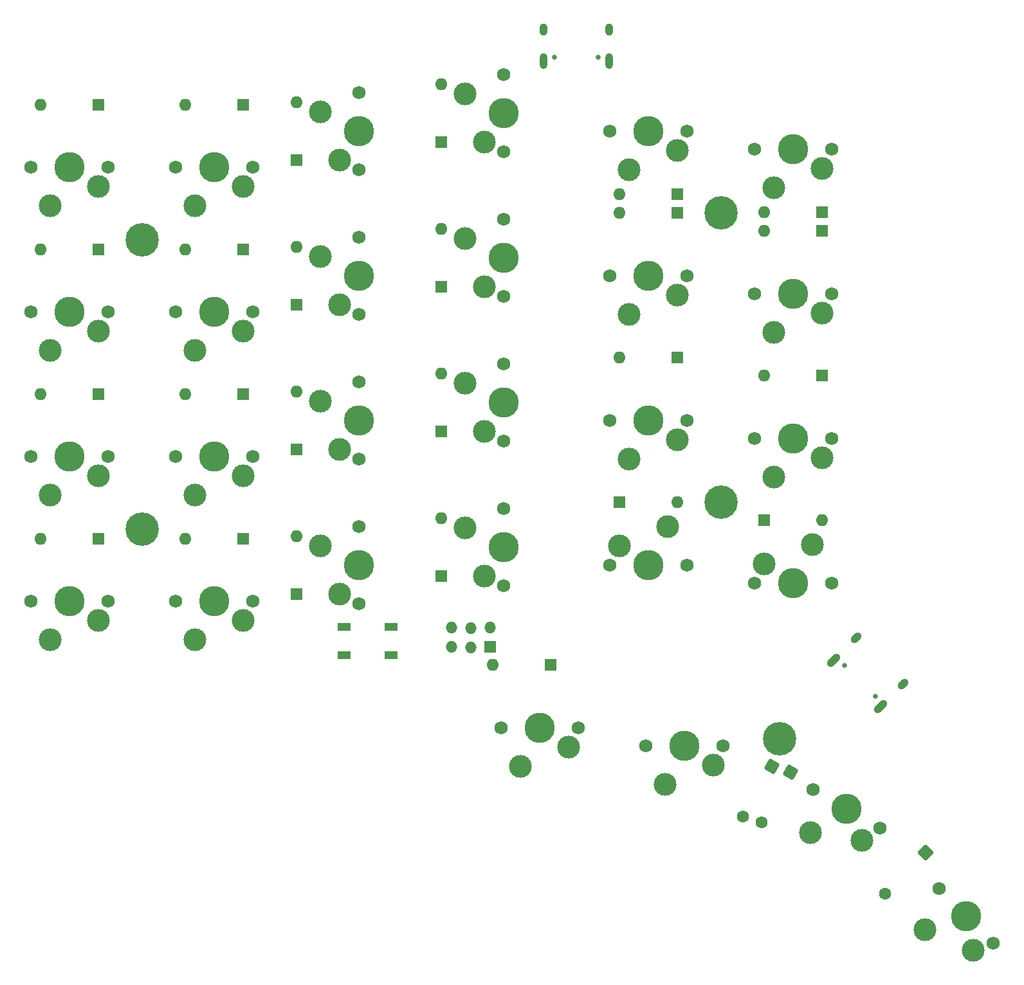
<source format=gbr>
%TF.GenerationSoftware,KiCad,Pcbnew,(6.0.7)*%
%TF.CreationDate,2022-09-06T15:04:57+03:00*%
%TF.ProjectId,retina-left,72657469-6e61-42d6-9c65-66742e6b6963,1.0*%
%TF.SameCoordinates,Original*%
%TF.FileFunction,Soldermask,Top*%
%TF.FilePolarity,Negative*%
%FSLAX46Y46*%
G04 Gerber Fmt 4.6, Leading zero omitted, Abs format (unit mm)*
G04 Created by KiCad (PCBNEW (6.0.7)) date 2022-09-06 15:04:57*
%MOMM*%
%LPD*%
G01*
G04 APERTURE LIST*
G04 Aperture macros list*
%AMRoundRect*
0 Rectangle with rounded corners*
0 $1 Rounding radius*
0 $2 $3 $4 $5 $6 $7 $8 $9 X,Y pos of 4 corners*
0 Add a 4 corners polygon primitive as box body*
4,1,4,$2,$3,$4,$5,$6,$7,$8,$9,$2,$3,0*
0 Add four circle primitives for the rounded corners*
1,1,$1+$1,$2,$3*
1,1,$1+$1,$4,$5*
1,1,$1+$1,$6,$7*
1,1,$1+$1,$8,$9*
0 Add four rect primitives between the rounded corners*
20,1,$1+$1,$2,$3,$4,$5,0*
20,1,$1+$1,$4,$5,$6,$7,0*
20,1,$1+$1,$6,$7,$8,$9,0*
20,1,$1+$1,$8,$9,$2,$3,0*%
%AMHorizOval*
0 Thick line with rounded ends*
0 $1 width*
0 $2 $3 position (X,Y) of the first rounded end (center of the circle)*
0 $4 $5 position (X,Y) of the second rounded end (center of the circle)*
0 Add line between two ends*
20,1,$1,$2,$3,$4,$5,0*
0 Add two circle primitives to create the rounded ends*
1,1,$1,$2,$3*
1,1,$1,$4,$5*%
G04 Aperture macros list end*
%ADD10C,3.000000*%
%ADD11C,1.750000*%
%ADD12C,3.987800*%
%ADD13R,1.800000X1.100000*%
%ADD14R,1.524000X1.524000*%
%ADD15O,1.524000X1.524000*%
%ADD16C,0.700000*%
%ADD17C,4.400000*%
%ADD18RoundRect,0.240000X0.560000X-0.560000X0.560000X0.560000X-0.560000X0.560000X-0.560000X-0.560000X0*%
%ADD19O,1.600000X1.600000*%
%ADD20RoundRect,0.240000X0.560000X0.560000X-0.560000X0.560000X-0.560000X-0.560000X0.560000X-0.560000X0*%
%ADD21RoundRect,0.240000X-0.204974X0.764974X-0.764974X-0.204974X0.204974X-0.764974X0.764974X0.204974X0*%
%ADD22HorizOval,1.600000X0.000000X0.000000X0.000000X0.000000X0*%
%ADD23C,0.650000*%
%ADD24HorizOval,1.000000X-0.388909X-0.388909X0.388909X0.388909X0*%
%ADD25HorizOval,1.000000X-0.212132X-0.212132X0.212132X0.212132X0*%
%ADD26RoundRect,0.240000X-0.560000X-0.560000X0.560000X-0.560000X0.560000X0.560000X-0.560000X0.560000X0*%
%ADD27O,1.000000X1.600000*%
%ADD28O,1.000000X2.100000*%
%ADD29RoundRect,0.240000X0.000000X0.791960X-0.791960X0.000000X0.000000X-0.791960X0.791960X0.000000X0*%
%ADD30HorizOval,1.600000X0.000000X0.000000X0.000000X0.000000X0*%
G04 APERTURE END LIST*
D10*
%TO.C,MX23*%
X206076640Y-161929656D03*
D11*
X215215754Y-161340247D03*
X206416936Y-156260247D03*
D12*
X210816345Y-158800247D03*
D10*
X212845902Y-162904952D03*
%TD*%
%TO.C,MX26*%
X201295279Y-115093699D03*
D11*
X208915279Y-110013699D03*
X198755279Y-110013699D03*
D12*
X203835279Y-110013699D03*
D10*
X207645279Y-112553699D03*
%TD*%
D11*
%TO.C,MX9*%
X146685000Y-64452500D03*
D10*
X141605000Y-66992500D03*
D12*
X146685000Y-69532500D03*
D10*
X144145000Y-73342500D03*
D11*
X146685000Y-74612500D03*
%TD*%
D10*
%TO.C,MX12*%
X144145000Y-130492500D03*
D11*
X146685000Y-121602500D03*
X146685000Y-131762500D03*
D12*
X146685000Y-126682500D03*
D10*
X141605000Y-124142500D03*
%TD*%
D12*
%TO.C,MX17*%
X165735330Y-124301199D03*
D11*
X165735330Y-119221199D03*
X165735330Y-129381199D03*
D10*
X160655330Y-121761199D03*
X163195330Y-128111199D03*
%TD*%
D11*
%TO.C,MX2*%
X113665000Y-93345000D03*
D10*
X112395000Y-95885000D03*
D12*
X108585000Y-93345000D03*
D10*
X106045000Y-98425000D03*
D11*
X103505000Y-93345000D03*
%TD*%
D12*
%TO.C,MX28*%
X226582545Y-172889563D03*
D11*
X230174647Y-176481665D03*
D10*
X227480571Y-177379691D03*
D11*
X222990443Y-169297461D03*
D10*
X221194391Y-174685614D03*
%TD*%
%TO.C,MX22*%
X180975000Y-124142500D03*
D11*
X189865000Y-126682500D03*
D10*
X187325000Y-121602500D03*
D11*
X179705000Y-126682500D03*
D12*
X184785000Y-126682500D03*
%TD*%
D11*
%TO.C,MX18*%
X184465298Y-150494930D03*
D10*
X187005298Y-155574930D03*
D11*
X194625298Y-150494930D03*
D10*
X193355298Y-153034930D03*
D12*
X189545298Y-150494930D03*
%TD*%
D11*
%TO.C,MX11*%
X146685000Y-102552500D03*
D10*
X144145000Y-111442500D03*
X141605000Y-105092500D03*
D12*
X146685000Y-107632500D03*
D11*
X146685000Y-112712500D03*
%TD*%
D12*
%TO.C,MX10*%
X146685000Y-88582500D03*
D11*
X146685000Y-93662500D03*
X146685000Y-83502500D03*
D10*
X144145000Y-92392500D03*
X141605000Y-86042500D03*
%TD*%
D11*
%TO.C,MX3*%
X103505000Y-112395000D03*
D12*
X108585000Y-112395000D03*
D11*
X113665000Y-112395000D03*
D10*
X106045000Y-117475000D03*
X112395000Y-114935000D03*
%TD*%
D11*
%TO.C,MX4*%
X113665000Y-131445000D03*
D10*
X112395000Y-133985000D03*
D12*
X108585000Y-131445000D03*
D11*
X103505000Y-131445000D03*
D10*
X106045000Y-136525000D03*
%TD*%
D13*
%TO.C,SWP1*%
X144689900Y-134833750D03*
X150889900Y-134833750D03*
X150889900Y-138533750D03*
X144689900Y-138533750D03*
%TD*%
D12*
%TO.C,MX16*%
X165735330Y-105251199D03*
D11*
X165735330Y-100171199D03*
D10*
X160655330Y-102711199D03*
X163195330Y-109061199D03*
D11*
X165735330Y-110331199D03*
%TD*%
D10*
%TO.C,MX13*%
X167955314Y-153193682D03*
D11*
X175575314Y-148113682D03*
D10*
X174305314Y-150653682D03*
D11*
X165415314Y-148113682D03*
D12*
X170495314Y-148113682D03*
%TD*%
D10*
%TO.C,MX7*%
X125095000Y-117475000D03*
D11*
X122555000Y-112395000D03*
D12*
X127635000Y-112395000D03*
D10*
X131445000Y-114935000D03*
D11*
X132715000Y-112395000D03*
%TD*%
D12*
%TO.C,MX21*%
X184785000Y-107632500D03*
D10*
X188595000Y-110172500D03*
D11*
X179705000Y-107632500D03*
X189865000Y-107632500D03*
D10*
X182245000Y-112712500D03*
%TD*%
D11*
%TO.C,MX24*%
X208915290Y-71913742D03*
D10*
X201295290Y-76993742D03*
X207645290Y-74453742D03*
D12*
X203835290Y-71913742D03*
D11*
X198755290Y-71913742D03*
%TD*%
D12*
%TO.C,MX8*%
X127635000Y-131445000D03*
D11*
X122555000Y-131445000D03*
D10*
X131445000Y-133985000D03*
D11*
X132715000Y-131445000D03*
D10*
X125095000Y-136525000D03*
%TD*%
%TO.C,MX19*%
X182245000Y-74612500D03*
D11*
X189865000Y-69532500D03*
D10*
X188595000Y-72072500D03*
D12*
X184785000Y-69532500D03*
D11*
X179705000Y-69532500D03*
%TD*%
%TO.C,MX14*%
X165735330Y-62071250D03*
D10*
X163195330Y-70961250D03*
X160655330Y-64611250D03*
D11*
X165735330Y-72231250D03*
D12*
X165735330Y-67151250D03*
%TD*%
D11*
%TO.C,MX6*%
X122555000Y-93345000D03*
D10*
X131445000Y-95885000D03*
X125095000Y-98425000D03*
D11*
X132715000Y-93345000D03*
D12*
X127635000Y-93345000D03*
%TD*%
D11*
%TO.C,MX15*%
X165735330Y-91281225D03*
D10*
X163195330Y-90011225D03*
X160655330Y-83661225D03*
D12*
X165735330Y-86201225D03*
D11*
X165735330Y-81121225D03*
%TD*%
%TO.C,MX5*%
X132715000Y-74295000D03*
D10*
X125095000Y-79375000D03*
D11*
X122555000Y-74295000D03*
D10*
X131445000Y-76835000D03*
D12*
X127635000Y-74295000D03*
%TD*%
D11*
%TO.C,MX25*%
X198755290Y-90963727D03*
D10*
X201295290Y-96043727D03*
D11*
X208915290Y-90963727D03*
D12*
X203835290Y-90963727D03*
D10*
X207645290Y-93503727D03*
%TD*%
D11*
%TO.C,MX1*%
X113665000Y-74295000D03*
D12*
X108585000Y-74295000D03*
D11*
X103505000Y-74295000D03*
D10*
X112395000Y-76835000D03*
X106045000Y-79375000D03*
%TD*%
D12*
%TO.C,MX20*%
X184785000Y-88582500D03*
D10*
X182245000Y-93662500D03*
D11*
X189865000Y-88582500D03*
X179705000Y-88582500D03*
D10*
X188595000Y-91122500D03*
%TD*%
D12*
%TO.C,MX27*%
X203835279Y-129063699D03*
D10*
X200025279Y-126523699D03*
D11*
X198755279Y-129063699D03*
X208915279Y-129063699D03*
D10*
X206375279Y-123983699D03*
%TD*%
D14*
%TO.C,J1*%
X163931600Y-137433050D03*
D15*
X163931600Y-134893050D03*
X161391600Y-137560050D03*
X161391600Y-135020050D03*
X158851600Y-137433050D03*
X158851600Y-134893050D03*
%TD*%
D16*
%TO.C,H5*%
X200858524Y-148394824D03*
X203191976Y-150728276D03*
X200375250Y-149561550D03*
D17*
X202025250Y-149561550D03*
D16*
X203191976Y-148394824D03*
X202025250Y-151211550D03*
X200858524Y-150728276D03*
X202025250Y-147911550D03*
X203675250Y-149561550D03*
%TD*%
D18*
%TO.C,D16*%
X157460330Y-109061199D03*
D19*
X157460330Y-101441199D03*
%TD*%
D20*
%TO.C,D8*%
X131445000Y-123170000D03*
D19*
X123825000Y-123170000D03*
%TD*%
D18*
%TO.C,D17*%
X157460330Y-128111199D03*
D19*
X157460330Y-120491199D03*
%TD*%
D16*
%TO.C,H3*%
X194309991Y-119998136D03*
X194309991Y-116698136D03*
X195476717Y-117181410D03*
X195476717Y-119514862D03*
X193143265Y-119514862D03*
X193143265Y-117181410D03*
D17*
X194309991Y-118348136D03*
D16*
X195959991Y-118348136D03*
X192659991Y-118348136D03*
%TD*%
D18*
%TO.C,D14*%
X157460330Y-70961250D03*
D19*
X157460330Y-63341250D03*
%TD*%
D20*
%TO.C,D5*%
X131445000Y-66020000D03*
D19*
X123825000Y-66020000D03*
%TD*%
D20*
%TO.C,D26*%
X207645290Y-101738699D03*
D19*
X200025290Y-101738699D03*
%TD*%
D21*
%TO.C,D23*%
X203454000Y-153977243D03*
D22*
X199644000Y-160576357D03*
%TD*%
D20*
%TO.C,D6*%
X131445000Y-85070000D03*
D19*
X123825000Y-85070000D03*
%TD*%
D18*
%TO.C,D15*%
X157460330Y-90011225D03*
D19*
X157460330Y-82391225D03*
%TD*%
D20*
%TO.C,D3*%
X112395000Y-104120000D03*
D19*
X104775000Y-104120000D03*
%TD*%
D16*
%TO.C,H1*%
X119276717Y-82653283D03*
X116943265Y-82653283D03*
D17*
X118109991Y-83820009D03*
D16*
X116459991Y-83820009D03*
X119759991Y-83820009D03*
X116943265Y-84986735D03*
X118109991Y-85470009D03*
X118109991Y-82170009D03*
X119276717Y-84986735D03*
%TD*%
D18*
%TO.C,D9*%
X138410000Y-73342500D03*
D19*
X138410000Y-65722500D03*
%TD*%
D23*
%TO.C,USB2*%
X210571370Y-139862741D03*
X214658447Y-143949818D03*
D24*
X209185441Y-139226345D03*
D25*
X218250550Y-142380041D03*
X212141147Y-136270638D03*
D24*
X215294843Y-145335747D03*
%TD*%
D20*
%TO.C,D7*%
X131445000Y-104120000D03*
D19*
X123825000Y-104120000D03*
%TD*%
D26*
%TO.C,D22*%
X180975000Y-118407500D03*
D19*
X188595000Y-118407500D03*
%TD*%
D20*
%TO.C,D25*%
X207645290Y-82688727D03*
D19*
X200025290Y-82688727D03*
%TD*%
D18*
%TO.C,D11*%
X138410000Y-111442500D03*
D19*
X138410000Y-103822500D03*
%TD*%
D20*
%TO.C,D4*%
X112395000Y-123170000D03*
D19*
X104775000Y-123170000D03*
%TD*%
D18*
%TO.C,D12*%
X138410000Y-130492500D03*
D19*
X138410000Y-122872500D03*
%TD*%
D21*
%TO.C,D18*%
X201015600Y-153215243D03*
D22*
X197205600Y-159814357D03*
%TD*%
D16*
%TO.C,H4*%
X116943265Y-120753283D03*
X116459991Y-121920009D03*
X116943265Y-123086735D03*
X118109991Y-120270009D03*
X119759991Y-121920009D03*
X119276717Y-120753283D03*
X118109991Y-123570009D03*
X119276717Y-123086735D03*
D17*
X118109991Y-121920009D03*
%TD*%
D20*
%TO.C,D24*%
X207645290Y-80188742D03*
D19*
X200025290Y-80188742D03*
%TD*%
D20*
%TO.C,D21*%
X188595000Y-99357500D03*
D19*
X180975000Y-99357500D03*
%TD*%
D16*
%TO.C,H2*%
X193143265Y-79081410D03*
X195959991Y-80248136D03*
X192659991Y-80248136D03*
X193143265Y-81414862D03*
D17*
X194309991Y-80248136D03*
D16*
X195476717Y-79081410D03*
X194309991Y-78598136D03*
X194309991Y-81898136D03*
X195476717Y-81414862D03*
%TD*%
D20*
%TO.C,D19*%
X188595000Y-77807500D03*
D19*
X180975000Y-77807500D03*
%TD*%
D18*
%TO.C,D10*%
X138410000Y-92392500D03*
D19*
X138410000Y-84772500D03*
%TD*%
D20*
%TO.C,D20*%
X188595000Y-80307500D03*
D19*
X180975000Y-80307500D03*
%TD*%
D20*
%TO.C,D1*%
X112395000Y-66020000D03*
D19*
X104775000Y-66020000D03*
%TD*%
D20*
%TO.C,D13*%
X171923750Y-139769850D03*
D19*
X164303750Y-139769850D03*
%TD*%
D26*
%TO.C,D27*%
X200025290Y-120788699D03*
D19*
X207645290Y-120788699D03*
%TD*%
D20*
%TO.C,D2*%
X112395000Y-85070000D03*
D19*
X104775000Y-85070000D03*
%TD*%
D23*
%TO.C,USB1*%
X172369974Y-59801813D03*
X178149974Y-59801813D03*
D27*
X179579974Y-56151813D03*
D28*
X170939974Y-60331813D03*
D27*
X170939974Y-56151813D03*
D28*
X179579974Y-60331813D03*
%TD*%
D29*
%TO.C,D28*%
X221273777Y-164526823D03*
D30*
X215885623Y-169914977D03*
%TD*%
M02*

</source>
